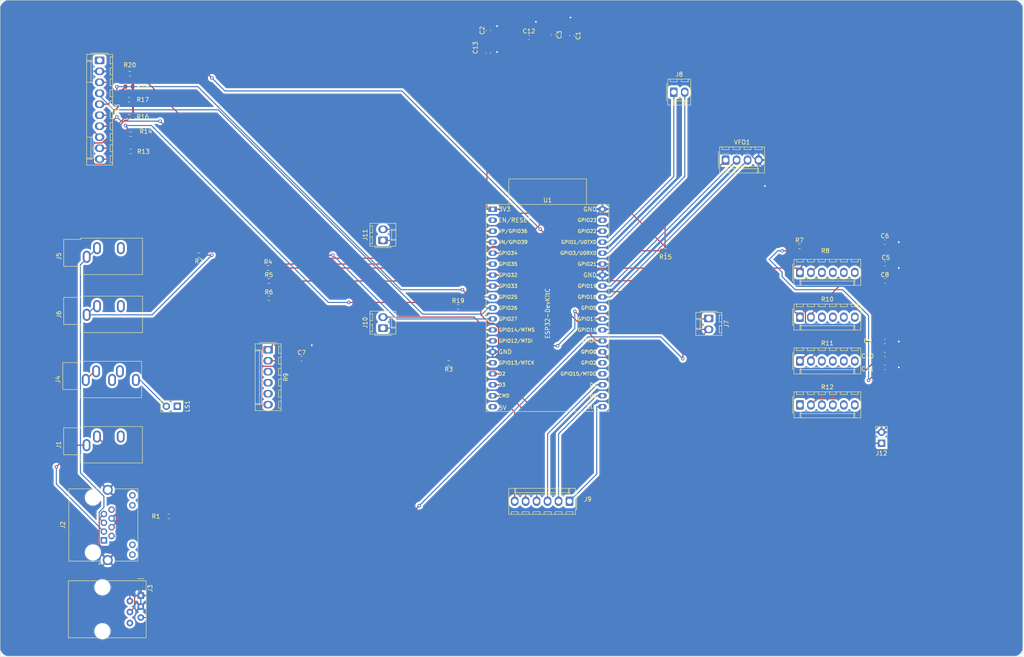
<source format=kicad_pcb>
(kicad_pcb (version 20221018) (generator pcbnew)
  (layers (0 "F.Cu" signal) (31 "B.Cu" signal) (34 "B.Paste" user) (35 "F.Paste" user) (36 "B.SilkS" user "B.Silkscreen") (37 "F.SilkS" user "F.Silkscreen") (38 "B.Mask" user) (39 "F.Mask" user) (44 "Edge.Cuts" user))
  (net 0 "")
  (net 1 "+3V3")
  (net 2 "GND")
  (net 3 "/GPIO 12")
  (net 4 "/GPIO 14")
  (net 5 "/TX")
  (net 6 "/RX")
  (net 7 "/IF Shift")
  (net 8 "/RF Gain")
  (net 9 "/AF Gain")
  (net 11 "/TDO")
  (net 12 "/RDO")
  (net 13 "/Encoder A")
  (net 14 "/Encoder B")
  (net 15 "/8V")
  (net 16 "/UP")
  (net 18 "/GPIO 36")
  (net 19 "/GPIO 39")
  (net 20 "/Boot {slash} Flash")
  (net 21 "+5V")
  (net 22 "/SD_CLK")
  (net 23 "/SD_DATA0")
  (net 24 "/SD_DATA1")
  (net 25 "/SD_DATA2")
  (net 26 "/SD_DATA3")
  (net 27 "/CMD")
  (net 28 "/Spare")
  (net 31 "+3.3V")
  (net 32 "Split")
  (net 33 "Rit")
  (net 34 "Cycle mem")
  (net 35 "Mode")
  (net 36 "Band")
  (net 37 "Generic")
  (net 38 "Xit")
  (net 39 "On{slash}Off")
  (net 40 "MIC")
  (net 41 "MICE")
  (net 42 "PTT")
  (net 43 "AF")
  (net 44 "TF Set")
  (net 45 "/Rit{slash}Xit Value")
  (net 46 "Net-(C7-Pad1)")
  (net 47 "Net-(C8-Pad1)")
  (net 48 "Net-(C9-Pad1)")
  (net 49 "Net-(C10-Pad1)")
  (net 50 "Net-(C6-Pad1)")
  (net 57 "Net-(J4-PadTN)")
  (net 58 "Net-(J4-PadSN)")
  (net 59 "Net-(C5-Pad1)")
  (footprint "Connector_PinHeader_2.54mm:PinHeader_1x02_P2.54mm_Vertical" (layer "F.Cu") (at 217 115.54 180)
    (fp_text reference "J12")
    (fp_text value "Flash mode")
  )
  (footprint "Connector_Audio:Jack_3.5mm_CUI_SJ1-3533NG_Horizontal" (layer "F.Cu") (at 33.02 72.39 90)
    (fp_text reference "J5")
    (fp_text value "Ptt")
  )
  (footprint "Connector_Audio:Jack_3.5mm_CUI_SJ1-3535NG_Horizontal" (layer "F.Cu") (at 32.8 100.9 90)
    (fp_text reference "J4")
    (fp_text value "Audio Out")
  )
  (footprint "Connector_Audio:Jack_3.5mm_CUI_SJ1-3533NG_Horizontal" (layer "F.Cu") (at 33.02 85.82 90)
    (fp_text reference "J6")
    (fp_text value "TF Set")
  )
  (footprint "Resistor_SMD:R_0603_1608Metric" (layer "F.Cu") (at 42.825 40 180)
    (fp_text reference "R16")
    (fp_text value "2.2K" hide)
  )
  (footprint "Capacitor_SMD:C_0603_1608Metric" (layer "F.Cu") (at 82.775 96)
    (fp_text reference "C7")
    (fp_text value "0.1uF")
  )
  (footprint "Resistor_SMD:R_0603_1608Metric" (layer "F.Cu") (at 43 30 180)
    (fp_text reference "R20")
    (fp_text value "2.2K")
  )
  (footprint "Connector_Molex:Molex_KK-254_AE-6410-06A_1x06_P2.54mm_Vertical" (layer "F.Cu") (at 198.12 106.68)
    (fp_text reference "R12")
    (fp_text value "R_Variable")
  )
  (footprint "Capacitor_SMD:C_0603_1608Metric" (layer "F.Cu") (at 141 21 -90)
    (fp_text reference "C3")
    (fp_text value "0.1uF")
  )
  (footprint "Capacitor_SMD:C_0603_1608Metric" (layer "F.Cu") (at 126 25.225 90)
    (fp_text reference "C13")
    (fp_text value "0.1uF")
  )
  (footprint "Capacitor_SMD:C_0603_1608Metric" (layer "F.Cu") (at 126 20 90)
    (fp_text reference "C2")
    (fp_text value "0.1uF")
  )
  (footprint "Connector_Molex:Molex_KK-254_AE-6410-06A_1x06_P2.54mm_Vertical" (layer "F.Cu") (at 198.12 96.52)
    (fp_text reference "R11")
    (fp_text value "R_Variable")
  )
  (footprint "Resistor_SMD:R_0603_1608Metric" (layer "F.Cu") (at 43.175 44 180)
    (fp_text reference "R14")
    (fp_text value "2.2K" hide)
  )
  (footprint "Resistor_SMD:R_0603_1608Metric" (layer "F.Cu") (at 42.825 33 180)
    (fp_text reference "R18")
    (fp_text value "2.2K" hide)
  )
  (footprint "Capacitor_SMD:C_0603_1608Metric" (layer "F.Cu") (at 217.775 95)
    (fp_text reference "C10")
    (fp_text value "0.1uF")
  )
  (footprint "Resistor_SMD:R_0603_1608Metric" (layer "F.Cu") (at 42.831332 36.022906 180)
    (fp_text reference "R17")
    (fp_text value "2.2K" hide)
  )
  (footprint "Resistor_SMD:R_0603_1608Metric" (layer "F.Cu") (at 75 75)
    (fp_text reference "R4")
    (fp_text value "2.2K")
  )
  (footprint "Connector_PinHeader_2.54mm:PinHeader_1x02_P2.54mm_Vertical" (layer "F.Cu") (at 54 107 -90)
    (fp_text reference "LS1")
    (fp_text value "Speaker")
  )
  (footprint "Resistor_SMD:R_0603_1608Metric" (layer "F.Cu") (at 75.175 78)
    (fp_text reference "R5")
    (fp_text value "2.2K")
  )
  (footprint "Connector_RJ:RJ45_Amphenol_RJHSE538X" (layer "F.Cu") (at 37 138.032 90)
    (fp_text reference "J2")
    (fp_text value "8P8C_LED_Shielded")
  )
  (footprint "Capacitor_SMD:C_0603_1608Metric" (layer "F.Cu") (at 217.775 78)
    (fp_text reference "C8")
    (fp_text value "0.1uF")
  )
  (footprint "Resistor_SMD:R_0603_1608Metric" (layer "F.Cu") (at 116.825 97 180)
    (fp_text reference "R3")
    (fp_text value "2.2K")
  )
  (footprint "Capacitor_SMD:C_0603_1608Metric" (layer "F.Cu") (at 217.775 98)
    (fp_text reference "C11")
    (fp_text value "10uF")
  )
  (footprint "Connector_Molex:Molex_KK-254_AE-6410-02A_1x02_P2.54mm_Vertical" (layer "F.Cu") (at 177 86.6569 -90)
    (fp_text reference "J7")
    (fp_text value "UART2 Socket")
  )
  (footprint "Resistor_SMD:R_0603_1608Metric" (layer "F.Cu") (at 119 84)
    (fp_text reference "R19")
    (fp_text value "2.2K")
  )
  (footprint "Connector_Molex:Molex_KK-254_AE-6410-02A_1x02_P2.54mm_Vertical" (layer "F.Cu") (at 168.91 34.29)
    (fp_text reference "J8")
    (fp_text value "UART Socket")
  )
  (footprint "Capacitor_SMD:C_0603_1608Metric" (layer "F.Cu") (at 135.395 21.59)
    (fp_text reference "C12")
    (fp_text value "0.1uF")
  )
  (footprint "Capacitor_SMD:C_0603_1608Metric" (layer "F.Cu") (at 217.79 92)
    (fp_text reference "C9")
    (fp_text value "0.1uF")
  )
  (footprint "Resistor_SMD:R_0603_1608Metric" (layer "F.Cu") (at 167 71 180)
    (fp_text reference "R15")
    (fp_text value "2.2K")
  )
  (footprint "Connector_Molex:Molex_KK-254_AE-6410-06A_1x06_P2.54mm_Vertical" (layer "F.Cu") (at 144.78 128.98 180)
    (fp_text reference "J9")
    (fp_text value "SPI Breakout")
  )
  (footprint "Resistor_SMD:R_0603_1608Metric" (layer "F.Cu") (at 59 72 180)
    (fp_text reference "R2")
    (fp_text value "2.2K")
  )
  (footprint "Connector_Molex:Molex_KK-254_AE-6410-02A_1x02_P2.54mm_Vertical" (layer "F.Cu") (at 101.6 68.58 90)
    (fp_text reference "J11")
    (fp_text value "Input Only Pins")
  )
  (footprint "Connector_Audio:Jack_3.5mm_CUI_SJ1-3533NG_Horizontal" (layer "F.Cu") (at 33 116 90)
    (fp_text reference "J1")
    (fp_text value "Mic Input")
  )
  (footprint "Resistor_SMD:R_0603_1608Metric" (layer "F.Cu") (at 198 70)
    (fp_text reference "R7")
    (fp_text value "2.2K")
  )
  (footprint "PCM_Espressif:ESP32-DevKitC" (layer "F.Cu") (at 127 61.3766)
    (fp_text reference "U1")
    (fp_text value "ESP32-DevKitC")
  )
  (footprint "Connector_RJ:RJ12_Amphenol_54601" (layer "F.Cu") (at 45.55 150.814 -90)
    (fp_text reference "J3")
    (fp_text value "6P6C RRC")
  )
  (footprint "Connector_Molex:Molex_KK-254_AE-6410-06A_1x06_P2.54mm_Vertical" (layer "F.Cu") (at 198.12 76.02)
    (fp_text reference "R8")
    (fp_text value "R_Variable")
  )
  (footprint "Resistor_SMD:R_0603_1608Metric" (layer "F.Cu") (at 75.175 82)
    (fp_text reference "R6")
    (fp_text value "2.2K")
  )
  (footprint "Capacitor_SMD:C_0603_1608Metric" (layer "F.Cu") (at 217.775 69)
    (fp_text reference "C6")
    (fp_text value "0.1uF")
  )
  (footprint "Connector_Molex:Molex_KK-254_AE-6410-06A_1x06_P2.54mm_Vertical" (layer "F.Cu") (at 198.12 86.36)
    (fp_text reference "R10")
    (fp_text value "R_Variable")
  )
  (footprint "Connector_Molex:Molex_KK-254_AE-6410-06A_1x06_P2.54mm_Vertical" (layer "F.Cu") (at 75 93.92 -90)
    (fp_text reference "R9")
    (fp_text value "R_Variable")
  )
  (footprint "Capacitor_SMD:C_0603_1608Metric" (layer "F.Cu") (at 145.34 21.195 -90)
    (fp_text reference "C1")
    (fp_text value "0.1uF")
  )
  (footprint "Connector_Molex:Molex_KK-254_AE-6410-04A_1x04_P2.54mm_Vertical" (layer "F.Cu") (at 180.92 50)
    (fp_text reference "VFO1")
    (fp_text value "Magnetic Rotary Encoder")
  )
  (footprint "Connector_Molex:Molex_KK-254_AE-6410-02A_1x02_P2.54mm_Vertical" (layer "F.Cu") (at 101.6 88.9 90)
    (fp_text reference "J10")
    (fp_text value "Input Only Pins")
  )
  (footprint "Connector_Molex:Molex_KK-254_AE-6410-10A_1x10_P2.54mm_Vertical" (layer "F.Cu") (at 36 26.92 -90)
    (fp_text reference "J13")
    (fp_text value "Switch Assembly")
  )
  (footprint "Resistor_SMD:R_0603_1608Metric" (layer "F.Cu") (at 52.05 132.472)
    (fp_text reference "R1")
    (fp_text value "2.2K")
  )
  (footprint "Resistor_SMD:R_0603_1608Metric" (layer "F.Cu") (at 43.175 48 180)
    (fp_text reference "R13")
    (fp_text value "2.2K")
  )
  (footprint "Capacitor_SMD:C_0603_1608Metric" (layer "F.Cu") (at 217.775 74)
    (fp_text reference "C5")
    (fp_text value "0.1uF")
  )
  (gr_line (start 217 69) (end 217 74) (stroke (width 0.2)) (layer "F.Cu"))
  (gr_rect (start 13 13) (end 249.68 164.84) (stroke (width 0.1)) (fill none) (layer "Edge.Cuts"))
  (segment (start 128.3311 94.8033) (end 127.4678 95.6666) (width 0.25) (layer "F.Cu") (net 1))
  (segment (start 73.5673 97.73) (end 73.5673 82.7827) (width 0.25) (layer "F.Cu") (net 1))
  (segment (start 34.955 46.045) (end 34.58 46.42) (width 0.25) (layer "F.Cu") (net 1))
  (segment (start 73.5673 82.7827) (end 74.35 82) (width 0.25) (layer "F.Cu") (net 1))
  (segment (start 122.5493 97) (end 117.65 97) (width 0.25) (layer "F.Cu") (net 1))
  (segment (start 34.975 50.975) (end 41.025 50.975) (width 0.25) (layer "F.Cu") (net 1))
  (segment (start 43.65 36.016574) (end 43.656332 36.022906) (width 0.25) (layer "F.Cu") (net 1))
  (segment (start 130.21 26) (end 126 26) (width 0.25) (layer "F.Cu") (net 1))
  (segment (start 110.222 97.73) (end 111.8034 96.1486) (width 0.25) (layer "F.Cu") (net 1))
  (segment (start 43.65 30.175) (end 43.825 30) (width 0.25) (layer "F.Cu") (net 1))
  (segment (start 159.1285 62.3035) (end 151.426 62.3035) (width 0.25) (layer "F.Cu") (net 1))
  (segment (start 167.825 71) (end 159.1285 62.3035) (width 0.25) (layer "F.Cu") (net 1))
  (segment (start 127 61.3766) (end 128.3269 61.3766) (width 0.25) (layer "F.Cu") (net 1))
  (segment (start 34.58 50.58) (end 34.975 50.975) (width 0.25) (layer "F.Cu") (net 1))
  (segment (start 58.175 72) (end 58.975 71.2) (width 0.25) (layer "F.Cu") (net 1))
  (segment (start 129.2523 62.302) (end 128.3269 61.3766) (width 0.25) (layer "F.Cu") (net 1))
  (segment (start 42.417462 40.8) (end 41.836396 40.8) (width 0.25) (layer "F.Cu") (net 1))
  (segment (start 44 48) (end 44 44) (width 0.25) (layer "F.Cu") (net 1))
  (segment (start 125.6731 26.3269) (end 126 26) (width 0.25) (layer "F.Cu") (net 1))
  (segment (start 128.3311 88.852) (end 128.3311 94.8033) (width 0.25) (layer "F.Cu") (net 1))
  (segment (start 111.8034 96.1486) (end 116.7986 96.1486) (width 0.25) (layer "F.Cu") (net 1))
  (segment (start 217 98) (end 214 101) (width 0.25) (layer "F.Cu") (net 1))
  (segment (start 43.656332 36.022906) (end 43.656332 39.993668) (width 0.25) (layer "F.Cu") (net 1))
  (segment (start 127 61.3766) (end 125.6731 61.3766) (width 0.25) (layer "F.Cu") (net 1))
  (segment (start 197.175 70) (end 168.825 70) (width 0.25) (layer "F.Cu") (net 1))
  (segment (start 151.426 62.3035) (end 151.4245 62.302) (width 0.25) (layer "F.Cu") (net 1))
  (segment (start 194 71) (end 196.175 71) (width 0.25) (layer "F.Cu") (net 1))
  (segment (start 36.591396 46.045) (end 34.955 46.045) (width 0.25) (layer "F.Cu") (net 1))
  (segment (start 124.27 84.9267) (end 124.27 85.8164) (width 0.25) (layer "F.Cu") (net 1))
  (segment (start 47.175 48) (end 44 48) (width 0.25) (layer "F.Cu") (net 1))
  (segment (start 127.2339 87.7548) (end 128.3311 88.852) (width 0.25) (layer "F.Cu") (net 1))
  (segment (start 125.6731 61.3766) (end 125.6731 26.3269) (width 0.25) (layer "F.Cu") (net 1))
  (segment (start 151.4245 62.302) (end 129.2523 62.302) (width 0.25) (layer "F.Cu") (net 1))
  (segment (start 43.65 33) (end 43.65 36.016574) (width 0.25) (layer "F.Cu") (net 1))
  (segment (start 74.175 75) (end 47.175 48) (width 0.25) (layer "F.Cu") (net 1))
  (segment (start 180.92 50) (end 166.9 64.02) (width 0.25) (layer "F.Cu") (net 1))
  (segment (start 134.62 21.59) (end 130.21 26) (width 0.25) (layer "F.Cu") (net 1))
  (segment (start 43.656332 39.993668) (end 43.65 40) (width 0.25) (layer "F.Cu") (net 1))
  (segment (start 74.175 75) (end 74.175 77.825) (width 0.25) (layer "F.Cu") (net 1))
  (segment (start 34.58 46.42) (end 34.58 50.58) (width 0.25) (layer "F.Cu") (net 1))
  (segment (start 116.7986 96.1486) (end 117.65 97) (width 0.25) (layer "F.Cu") (net 1))
  (segment (start 74.175 77.825) (end 74.35 78) (width 0.25) (layer "F.Cu") (net 1))
  (segment (start 124.27 85.8164) (end 126.2084 87.7548) (width 0.25) (layer "F.Cu") (net 1))
  (segment (start 43.65 33) (end 43.65 30.175) (width 0.25) (layer "F.Cu") (net 1))
  (segment (start 166.9 64.02) (end 166.9 70.075) (width 0.25) (layer "F.Cu") (net 1))
  (segment (start 41.025 50.975) (end 44 48) (width 0.25) (layer "F.Cu") (net 1))
  (segment (start 123.8827 95.6666) (end 122.5493 97) (width 0.25) (layer "F.Cu") (net 1))
  (segment (start 127.4678 95.6666) (end 123.8827 95.6666) (width 0.25) (layer "F.Cu") (net 1))
  (segment (start 124.27 84.9267) (end 119.1017 84.9267) (width 0.25) (layer "F.Cu") (net 1))
  (segment (start 166.9 70.075) (end 167.825 71) (width 0.25) (layer "F.Cu") (net 1))
  (segment (start 73.5673 111.7797) (end 73.5673 97.73) (width 0.25) (layer "F.Cu") (net 1))
  (segment (start 43.825 39.392462) (end 42.417462 40.8) (width 0.25) (layer "F.Cu") (net 1))
  (segment (start 43.825 30) (end 43.825 39.392462) (width 0.25) (layer "F.Cu") (net 1))
  (segment (start 196.175 71) (end 197.175 70) (width 0.25) (layer "F.Cu") (net 1))
  (segment (start 73.5673 97.73) (end 110.222 97.73) (width 0.25) (layer "F.Cu") (net 1))
  (segment (start 70.375 71.2) (end 74.175 75) (width 0.25) (layer "F.Cu") (net 1))
  (segment (start 168.825 70) (end 167.825 71) (width 0.25) (layer "F.Cu") (net 1))
  (segment (start 58.975 71.2) (end 70.375 71.2) (width 0.25) (layer "F.Cu") (net 1))
  (segment (start 41.836396 40.8) (end 36.591396 46.045) (width 0.25) (layer "F.Cu") (net 1))
  (segment (start 74.35 78) (end 74.35 82) (width 0.25) (layer "F.Cu") (net 1))
  (segment (start 119.1017 84.9267) (end 118.175 84) (width 0.25) (layer "F.Cu") (net 1))
  (segment (start 126.2084 87.7548) (end 127.2339 87.7548) (width 0.25) (layer "F.Cu") (net 1))
  (segment (start 52.875 132.472) (end 73.5673 111.7797) (width 0.25) (layer "F.Cu") (net 1))
  (via (at 194 71) (size 0.8) (drill 0.4) (layers "F.Cu" "B.Cu") (net 1))
  (via (at 214 101) (size 0.8) (drill 0.4) (layers "F.Cu" "B.Cu") (net 1))
  (segment (start 214 86) (end 209 81) (width 0.25) (layer "B.Cu") (net 1))
  (segment (start 209 81) (end 208 80) (width 0.25) (layer "B.Cu") (net 1))
  (segment (start 197 80) (end 194 77) (width 0.25) (layer "B.Cu") (net 1))
  (segment (start 194 76) (end 191 73) (width 0.25) (layer "B.Cu") (net 1))
  (segment (start 193 71) (end 194 71) (width 0.25) (layer "B.Cu") (net 1))
  (segment (start 208 80) (end 197 80) (width 0.25) (layer "B.Cu") (net 1))
  (segment (start 214 101) (end 214 86.194985) (width 0.25) (layer "B.Cu") (net 1))
  (segment (start 191 73) (end 193 71) (width 0.25) (layer "B.Cu") (net 1))
  (segment (start 214 86.194985) (end 214 86) (width 0.25) (layer "B.Cu") (net 1))
  (segment (start 194 77) (end 194 76) (width 0.25) (layer "B.Cu") (net 1))
  (segment (start 138.775 18) (end 141 20.225) (width 0.25) (layer "F.Cu") (net 2))
  (segment (start 83.55 94.45) (end 85.133 92.867) (width 0.25) (layer "F.Cu") (net 2))
  (segment (start 145.34 20.42) (end 145.145 20.615) (width 0.25) (layer "F.Cu") (net 2))
  (segment (start 141 20.225) (end 141 21.775) (width 0.25) (layer "F.Cu") (net 2))
  (segment (start 128 19) (end 126.225 19) (width 0.25) (layer "F.Cu") (net 2))
  (segment (start 219.55 75) (end 218.55 74) (width 0.25) (layer "F.Cu") (net 2))
  (segment (start 188.54 54.54) (end 188.54 50) (width 0.25) (layer "F.Cu") (net 2))
  (segment (start 137 18) (end 138.775 18) (width 0.25) (layer "F.Cu") (net 2))
  (segment (start 140.815 21.59) (end 141 21.775) (width 0.25) (layer "F.Cu") (net 2))
  (segment (start 137 20.76) (end 136.17 21.59) (width 0.25) (layer "F.Cu") (net 2))
  (segment (start 126.225 19) (end 126 19.225) (width 0.25) (layer "F.Cu") (net 2))
  (segment (start 83.55 96) (end 83.55 94.45) (width 0.25) (layer "F.Cu") (net 2))
  (segment (start 218.55 95) (end 218.55 95.55) (width 0.25) (layer "F.Cu") (net 2))
  (segment (start 137 18) (end 137 20.76) (width 0.25) (layer "F.Cu") (net 2))
  (segment (start 221 75) (end 221 75.55) (width 0.25) (layer "F.Cu") (net 2))
  (segment (start 221 75) (end 219.55 75) (width 0.25) (layer "F.Cu") (net 2))
  (segment (start 190 56) (end 188.54 54.54) (width 0.25) (layer "F.Cu") (net 2))
  (segment (start 140.815 20.41) (end 141 20.225) (width 0.25) (layer "F.Cu") (net 2))
  (segment (start 126.55 25) (end 126 24.45) (width 0.25) (layer "F.Cu") (net 2))
  (segment (start 126.225 20.775) (end 126 20.775) (width 0.25) (layer "F.Cu") (net 2))
  (segment (start 145 17) (end 145 20.08) (width 0.25) (layer "F.Cu") (net 2))
  (segment (start 221 98) (end 218.55 98) (width 0.25) (layer "F.Cu") (net 2))
  (segment (start 221 75.55) (end 218.55 78) (width 0.25) (layer "F.Cu") (net 2))
  (segment (start 145.34 20.42) (end 145.34 21.97) (width 0.25) (layer "F.Cu") (net 2))
  (segment (start 126 20.775) (end 126 19.225) (width 0.25) (layer "F.Cu") (net 2))
  (segment (start 128 25) (end 126.55 25) (width 0.25) (layer "F.Cu") (net 2))
  (segment (start 218.684832 73.865168) (end 218.55 74) (width 0.25) (layer "F.Cu") (net 2))
  (segment (start 221 69) (end 218.55 69) (width 0.25) (layer "F.Cu") (net 2))
  (segment (start 218.55 95.55) (end 221 98) (width 0.25) (layer "F.Cu") (net 2))
  (segment (start 145 20.08) (end 145.34 20.42) (width 0.25) (layer "F.Cu") (net 2))
  (segment (start 218.565 92) (end 218.55 92.015) (width 0.25) (layer "F.Cu") (net 2))
  (segment (start 221 92) (end 218.55 92) (width 0.25) (layer "F.Cu") (net 2))
  (segment (start 145.145 21.775) (end 145.34 21.97) (width 0.25) (layer "F.Cu") (net 2))
  (segment (start 125.55 24.45) (end 126 24.45) (width 0.25) (layer "F.Cu") (net 2))
  (via (at 221 98) (size 0.8) (drill 0.4) (layers "F.Cu" "B.Cu") (net 2))
  (via (at 190 56) (size 0.8) (drill 0.4) (layers "F.Cu" "B.Cu") (net 2))
  (via (at 221 75) (size 0.8) (drill 0.4) (layers "F.Cu" "B.Cu") (net 2))
  (via (at 128 19) (size 0.8) (drill 0.4) (layers "F.Cu" "B.Cu") (net 2))
  (via (at 128 25) (size 0.8) (drill 0.4) (layers "F.Cu" "B.Cu") (net 2))
  (via (at 145 17) (size 0.8) (drill 0.4) (layers "F.Cu" "B.Cu") (net 2))
  (via (at 221 69) (size 0.8) (drill 0.4) (layers "F.Cu" "B.Cu") (net 2))
  (via (at 137 18) (size 0.8) (drill 0.4) (layers "F.Cu" "B.Cu") (net 2))
  (via (at 221 92) (size 0.8) (drill 0.4) (layers "F.Cu" "B.Cu") (net 2))
  (via (at 85.133 92.867) (size 0.8) (drill 0.4) (layers "F.Cu" "B.Cu") (net 2))
  (segment (start 86.6626 94.3966) (end 88 94.3966) (width 0.25) (layer "B.Cu") (net 2))
  (segment (start 151.1865 76.6166) (end 151.0213 76.6166) (width 0.25) (layer "B.Cu") (net 2))
  (segment (start 136 19) (end 137 18) (width 0.25) (layer "B.Cu") (net 2))
  (segment (start 221 69) (end 221 98) (width 0.25) (layer "B.Cu") (net 2))
  (segment (start 38.78 132.952) (end 39.855 134.027) (width 0.25) (layer "B.Cu") (net 2))
  (segment (start 151.0213 62.6184) (end 152.2631 61.3766) (width 0.25) (layer "B.Cu") (net 2))
  (segment (start 151.0213 76.6166) (end 146.1069 76.6166) (width 0.25) (layer "B.Cu") (net 2))
  (segment (start 37.89 126.342) (end 39.855 128.307) (width 0.25) (layer "B.Cu") (net 2))
  (segment (start 58.725 71.275) (end 63.541 71.275) (width 0.25) (layer "B.Cu") (net 2))
  (segment (start 63.541 71.275) (end 85.133 92.867) (width 0.25) (layer "B.Cu") (net 2))
  (segment (start 152.4 61.3766) (end 152.4 24.4) (width 0.25) (layer "B.Cu") (net 2))
  (segment (start 152.4 75.784748) (end 152.4 76.6166) (width 0.25) (layer "B.Cu") (net 2))
  (segment (start 88 94.3966) (end 127 94.3966) (width 0.25) (layer "B.Cu") (net 2))
  (segment (start 190 56) (end 191 56) (width 0.25) (layer "B.Cu") (net 2))
  (segment (start 191 53.085015) (end 186.494985 48.58) (width 0.25) (layer "B.Cu") (net 2))
  (segment (start 146.1069 76.6166) (end 152.4 76.6166) (width 0.25) (layer "B.Cu") (net 2))
  (segment (start 39.855 128.307) (end 39.855 131.877) (width 0.25) (layer "B.Cu") (net 2))
  (segment (start 128 19) (end 136 19) (width 0.25) (layer "B.Cu") (net 2))
  (segment (start 186.494985 48.58) (end 179.604748 48.58) (width 0.25) (layer "B.Cu") (net 2))
  (segment (start 96.725 24) (end 91.265 29.46) (width 0.25) (layer "B.Cu") (net 2))
  (segment (start 152.4 24.4) (end 145 17) (width 0.25) (layer "B.Cu") (net 2))
  (segment (start 144 18) (end 137 18) (width 0.25) (layer "B.Cu") (net 2))
  (segment (start 39.855 140.637) (end 37.89 142.602) (width 0.25) (layer "B.Cu") (net 2))
  (segment (start 191 56) (end 208 56) (width 0.25) (layer "B.Cu") (net 2))
  (segment (start 179.604748 48.58) (end 152.4 75.784748) (width 0.25) (layer "B.Cu") (net 2))
  (segment (start 145 17) (end 144 18) (width 0.25) (layer "B.Cu") (net 2))
  (segment (start 85.133 92.867) (end 86.6626 94.3966) (width 0.25) (layer "B.Cu") (net 2))
  (segment (start 39.855 131.877) (end 38.78 132.952) (width 0.25) (layer "B.Cu") (net 2))
  (segment (start 127 24) (end 128 25) (width 0.25) (layer "B.Cu") (net 2))
  (segment (start 127 94.3966) (end 128.3269 94.3966) (width 0.25) (layer "B.Cu") (net 2))
  (segment (start 191 56) (end 191 53.085015) (width 0.25) (layer "B.Cu") (net 2))
  (segment (start 221 109) (end 217 113) (width 0.25) (layer "B.Cu") (net 2))
  (segment (start 221 98) (end 221 109) (width 0.25) (layer "B.Cu") (net 2))
  (segment (start 45.55 150.262) (end 45.55 150.814) (width 0.25) (layer "B.Cu") (net 2))
  (segment (start 128.3269 94.3966) (end 146.1069 76.6166) (width 0.25) (layer "B.Cu") (net 2))
  (segment (start 128 25) (end 128 19) (width 0.25) (layer "B.Cu") (net 2))
  (segment (start 152.4 76.6166) (end 151.1865 76.6166) (width 0.25) (layer "B.Cu") (net 2))
  (segment (start 151.0213 76.6166) (end 151.0213 62.6184) (width 0.25) (layer "B.Cu") (net 2))
  (segment (start 96.725 24) (end 127 24) (width 0.25) (layer "B.Cu") (net 2))
  (segment (start 45.55 153.354) (end 45.55 150.262) (width 0.25) (layer "B.Cu") (net 2))
  (segment (start 45.55 150.262) (end 37.89 142.602) (width 0.25) (layer "B.Cu") (net 2))
  (segment (start 152.4 61.3766) (end 152.2631 61.3766) (width 0.25) (layer "B.Cu") (net 2))
  (segment (start 208 56) (end 221 69) (width 0.25) (layer "B.Cu") (net 2))
  (segment (start 45.55 153.354) (end 45.55 150.814) (width 0.25) (layer "B.Cu") (net 2))
  (segment (start 91.265 29.46) (end 36 29.46) (width 0.25) (layer "B.Cu") (net 2))
  (segment (start 39.855 134.027) (end 39.855 140.637) (width 0.25) (layer "B.Cu") (net 2))
  (segment (start 127 91.8566) (end 125.6731 91.8566) (width 0.25) (layer "F.Cu") (net 3))
  (segment (start 101.6 88.9) (end 122.7165 88.9) (width 0.25) (layer "F.Cu") (net 3))
  (segment (start 122.7165 88.9) (end 125.6731 91.8566) (width 0.25) (layer "F.Cu") (net 3))
  (segment (start 122.7165 86.36) (end 125.6731 89.3166) (width 0.25) (layer "F.Cu") (net 4))
  (segment (start 127 89.3166) (end 125.6731 89.3166) (width 0.25) (layer "F.Cu") (net 4))
  (segment (start 101.6 86.36) (end 122.7165 86.36) (width 0.25) (layer "F.Cu") (net 4))
  (segment (start 152.4 68.9966) (end 153.7269 68.9966) (width 0.25) (layer "B.Cu") (net 5))
  (segment (start 168.91 34.29) (end 168.91 53.8135) (width 0.25) (layer "B.Cu") (net 5))
  (segment (start 168.91 53.8135) (end 153.7269 68.9966) (width 0.25) (layer "B.Cu") (net 5))
  (segment (start 171.45 34.29) (end 171.45 53.8135) (width 0.25) (layer "B.Cu") (net 6))
  (segment (start 152.4 71.5366) (end 153.7269 71.5366) (width 0.25) (layer "B.Cu") (net 6))
  (segment (start 171.45 53.8135) (end 153.7269 71.5366) (width 0.25) (layer "B.Cu") (net 6))
  (segment (start 75 93.92) (end 76 92.92) (width 0.25) (layer "F.Cu") (net 7))
  (segment (start 75.4856 74.0766) (end 127 74.0766) (width 0.25) (layer "F.Cu") (net 7))
  (segment (start 76 82) (end 75.0874 81.0874) (width 0.25) (layer "F.Cu") (net 7))
  (segment (start 75.0874 74.4748) (end 75.4856 74.0766) (width 0.25) (layer "F.Cu") (net 7))
  (segment (start 76 92.92) (end 76 82) (width 0.25) (layer "F.Cu") (net 7))
  (segment (start 75.0874 81.0874) (end 75.0874 74.4748) (width 0.25) (layer "F.Cu") (net 7))
  (segment (start 199.3905 85.3464) (end 199.3905 95.2495) (width 0.25) (layer "F.Cu") (net 8))
  (segment (start 199.3905 95.2495) (end 198.12 96.52) (width 0.25) (layer "F.Cu") (net 8))
  (segment (start 124.0565 75) (end 125.6731 76.6166) (width 0.25) (layer "F.Cu") (net 8))
  (segment (start 75.825 75) (end 124.0565 75) (width 0.25) (layer "F.Cu") (net 8))
  (segment (start 127 76.6166) (end 125.6731 76.6166) (width 0.25) (layer "F.Cu") (net 8))
  (segment (start 127 76.6166) (end 128.3269 76.6166) (width 0.25) (layer "F.Cu") (net 8))
  (segment (start 129.6538 77.9435) (end 191.9876 77.9435) (width 0.25) (layer "F.Cu") (net 8))
  (segment (start 191.9876 77.9435) (end 199.3905 85.3464) (width 0.25) (layer "F.Cu") (net 8))
  (segment (start 128.3269 76.6166) (end 129.6538 77.9435) (width 0.25) (layer "F.Cu") (net 8))
  (segment (start 129.6538 80.4835) (end 192.2435 80.4835) (width 0.25) (layer "F.Cu") (net 9))
  (segment (start 127 79.1566) (end 128.3269 79.1566) (width 0.25) (layer "F.Cu") (net 9))
  (segment (start 128.3269 79.1566) (end 129.6538 80.4835) (width 0.25) (layer "F.Cu") (net 9))
  (segment (start 124.5165 78) (end 125.6731 79.1566) (width 0.25) (layer "F.Cu") (net 9))
  (segment (start 192.2435 80.4835) (end 198.12 86.36) (width 0.25) (layer "F.Cu") (net 9))
  (segment (start 76 78) (end 124.5165 78) (width 0.25) (layer "F.Cu") (net 9))
  (segment (start 127 79.1566) (end 125.6731 79.1566) (width 0.25) (layer "F.Cu") (net 9))
  (segment (start 45.55 155.894) (end 84.106 155.894) (width 0.25) (layer "F.Cu") (net 11))
  (segment (start 171 95.1969) (end 177 89.1969) (width 0.25) (layer "F.Cu") (net 11))
  (segment (start 152.5197 89.1969) (end 152.4 89.3166) (width 0.25) (layer "F.Cu") (net 11))
  (segment (start 177 89.1969) (end 152.5197 89.1969) (width 0.25) (layer "F.Cu") (net 11))
  (segment (start 84.106 155.894) (end 110 130) (width 0.25) (layer "F.Cu") (net 11))
  (segment (start 171 96) (end 171 95.1969) (width 0.25) (layer "F.Cu") (net 11))
  (via (at 171 96) (size 0.8) (drill 0.4) (layers "F.Cu" "B.Cu") (net 11))
  (via (at 110 130) (size 0.8) (drill 0.4) (layers "F.Cu" "B.Cu") (net 11))
  (segment (start 165.9316 90.9316) (end 171 96) (width 0.25) (layer "B.Cu") (net 11))
  (segment (start 110 130) (end 149.0684 90.9316) (width 0.25) (layer "B.Cu") (net 11))
  (segment (start 149.0684 90.9316) (end 165.9316 90.9316) (width 0.25) (layer "B.Cu") (net 11))
  (segment (start 147.7766 86.7766) (end 152.4 86.7766) (width 0.25) (layer "F.Cu") (net 12))
  (segment (start 57 144) (end 49 144) (width 0.25) (layer "F.Cu") (net 12))
  (segment (start 130.4484 98.5516) (end 136 93) (width 0.25) (layer "F.Cu") (net 12))
  (segment (start 136 93) (end 142 93) (width 0.25) (layer "F.Cu") (net 12))
  (segment (start 44.095 153.539) (end 43.01 154.624) (width 0.25) (layer "F.Cu") (net 12))
  (segment (start 115 106) (end 106 106) (width 0.25) (layer "F.Cu") (net 12))
  (segment (start 177 86.6569) (end 176.8803 86.7766) (width 0.25) (layer "F.Cu") (net 12))
  (segment (start 87 125) (end 76 125) (width 0.25) (layer "F.Cu") (net 12))
  (segment (start 49 144) (end 44.095 148.905) (width 0.25) (layer "F.Cu") (net 12))
  (segment (start 122.4484 98.5516) (end 115 106) (width 0.25) (layer "F.Cu") (net 12))
  (segment (start 130.4484 98.5516) (end 122.4484 98.5516) (width 0.25) (layer "F.Cu") (net 12))
  (segment (start 146 85) (end 147.7766 86.7766) (width 0.25) (layer "F.Cu") (net 12))
  (segment (start 176.8803 86.7766) (end 152.4 86.7766) (width 0.25) (layer "F.Cu") (net 12))
  (segment (start 106 106) (end 87 125) (width 0.25) (layer "F.Cu") (net 12))
  (segment (start 152.4 86.7766) (end 149.7766 86.7766) (width 0.25) (layer "F.Cu") (net 12))
  (segment (start 44.095 148.905) (end 44.095 153.539) (width 0.25) (layer "F.Cu") (net 12))
  (segment (start 76 125) (end 57 144) (width 0.25) (layer "F.Cu") (net 12))
  (via (at 142 93) (size 0.8) (drill 0.4) (layers "F.Cu" "B.Cu") (net 12))
  (via (at 146 85) (size 0.8) (drill 0.4) (layers "F.Cu" "B.Cu") (net 12))
  (segment (start 146 89) (end 146 85) (width 0.25) (layer "B.Cu") (net 12))
  (segment (start 142 93) (end 146 89) (width 0.25) (layer "B.Cu") (net 12))
  (segment (start 154.3034 81.6966) (end 152.4 81.6966) (width 0.25) (layer "B.Cu") (net 13))
  (segment (start 186 50) (end 154.3034 81.6966) (width 0.25) (layer "B.Cu") (net 13))
  (segment (start 154.3034 79.1566) (end 152.4 79.1566) (width 0.25) (layer "B.Cu") (net 14))
  (segment (start 183.46 50) (end 154.3034 79.1566) (width 0.25) (layer "B.Cu") (net 14))
  (segment (start 38 141) (end 39 141) (width 0.25) (layer "F.Cu") (net 15))
  (segment (start 37 131.936) (end 35.925 133.011) (width 0.25) (layer "F.Cu") (net 15))
  (segment (start 39 141) (end 43.01 145.01) (width 0.25) (layer "F.Cu") (net 15))
  (segment (start 35.925 133.011) (end 35.925 138.925) (width 0.25) (layer "F.Cu") (net 15))
  (segment (start 35.925 138.925) (end 38 141) (width 0.25) (layer "F.Cu") (net 15))
  (segment (start 43.01 145.01) (end 43.01 152.084) (width 0.25) (layer "F.Cu") (net 15))
  (segment (start 125.2565 66.04) (end 125.6731 66.4566) (width 0.25) (layer "F.Cu") (net 18))
  (segment (start 101.6 66.04) (end 125.2565 66.04) (width 0.25) (layer "F.Cu") (net 18))
  (segment (start 127 66.4566) (end 125.6731 66.4566) (width 0.25) (layer "F.Cu") (net 18))
  (segment (start 125.2565 68.58) (end 125.6731 68.9966) (width 0.25) (layer "F.Cu") (net 19))
  (segment (start 101.6 68.58) (end 125.2565 68.58) (width 0.25) (layer "F.Cu") (net 19))
  (segment (start 127 68.9966) (end 125.6731 68.9966) (width 0.25) (layer "F.Cu") (net 19))
  (segment (start 173.5434 115.54) (end 217 115.54) (width 0.25) (layer "F.Cu") (net 20))
  (segment (start 152.4 94.3966) (end 173.5434 115.54) (width 0.25) (layer "F.Cu") (net 20))
  (segment (start 151.0694 107.0939) (end 152.3963 107.0939) (width 0.25) (layer "B.Cu") (net 22))
  (segment (start 144.78 128.98) (end 151.0694 122.6906) (width 0.25) (layer "B.Cu") (net 22))
  (segment (start 151.0694 122.6906) (end 151.0694 107.0939) (width 0.25) (layer "B.Cu") (net 22))
  (segment (start 151.0694 104.5539) (end 142.24 113.3833) (width 0.25) (layer "B.Cu") (net 23))
  (segment (start 152.3963 104.5539) (end 151.0694 104.5539) (width 0.25) (layer "B.Cu") (net 23))
  (segment (start 142.24 113.3833) (end 142.24 128.98) (width 0.25) (layer "B.Cu") (net 23))
  (segment (start 151.0731 102.0166) (end 139.7 113.3897) (width 0.25) (layer "B.Cu") (net 24))
  (segment (start 139.7 113.3897) (end 139.7 128.98) (width 0.25) (layer "B.Cu") (net 24))
  (segment (start 152.4 102.0166) (end 151.0731 102.0166) (width 0.25) (layer "B.Cu") (net 24))
  (segment (start 127 99.4766) (end 128.3269 99.4766) (width 0.25) (layer "F.Cu") (net 25))
  (segment (start 137.16 108.3097) (end 137.16 128.98) (width 0.25) (layer "F.Cu") (net 25))
  (segment (start 128.3269 99.4766) (end 137.16 108.3097) (width 0.25) (layer "F.Cu") (net 25))
  (segment (start 134.62 108.3097) (end 134.62 128.98) (width 0.25) (layer "F.Cu") (net 26))
  (segment (start 127 102.0166) (end 128.3269 102.0166) (width 0.25) (layer "F.Cu") (net 26))
  (segment (start 128.3269 102.0166) (end 134.62 108.3097) (width 0.25) (layer "F.Cu") (net 26))
  (segment (start 132.08 108.3097) (end 132.08 128.98) (width 0.25) (layer "F.Cu") (net 27))
  (segment (start 128.3269 104.5566) (end 132.08 108.3097) (width 0.25) (layer "F.Cu") (net 27))
  (segment (start 127 104.5566) (end 128.3269 104.5566) (width 0.25) (layer "F.Cu") (net 27))
  (segment (start 127 96.9366) (end 125.6731 96.9366) (width 0.25) (layer "F.Cu") (net 28))
  (segment (start 116.8096 97.8096) (end 124.8001 97.8096) (width 0.25) (layer "F.Cu") (net 28))
  (segment (start 116 97) (end 116.8096 97.8096) (width 0.25) (layer "F.Cu") (net 28))
  (segment (start 124.8001 97.8096) (end 125.6731 96.9366) (width 0.25) (layer "F.Cu") (net 28))
  (segment (start 42.175 30) (end 40.175 32) (width 0.25) (layer "F.Cu") (net 32))
  (segment (start 40.175 32) (end 36 32) (width 0.25) (layer "F.Cu") (net 32))
  (segment (start 87.042462 72) (end 90 72) (width 0.25) (layer "F.Cu") (net 32))
  (segment (start 44.242462 29.2) (end 42.975 29.2) (width 0.25) (layer "F.Cu") (net 32))
  (segment (start 55.021231 39.978769) (end 44.242462 29.2) (width 0.25) (layer "F.Cu") (net 32))
  (segment (start 55.021231 39.978769) (end 87.042462 72) (width 0.25) (layer "F.Cu") (net 32))
  (segment (start 42.975 29.2) (end 42.175 30) (width 0.25) (layer "F.Cu") (net 32))
  (via (at 90 72) (size 0.8) (drill 0.4) (layers "F.Cu" "B.Cu") (net 32))
  (segment (start 104.7766 86.7766) (end 127 86.7766) (width 0.25) (layer "B.Cu") (net 32))
  (segment (start 90 72) (end 104.7766 86.7766) (width 0.25) (layer "B.Cu") (net 32))
  (segment (start 127 84.2366) (end 125.6731 84.2366) (width 0.25) (layer "F.Cu") (net 33))
  (segment (start 125.4365 84) (end 125.6731 84.2366) (width 0.25) (layer "F.Cu") (net 33))
  (segment (start 119.825 84) (end 125.4365 84) (width 0.25) (layer "F.Cu") (net 33))
  (segment (start 110.78 85.6639) (end 63.4701 38.354) (width 0.25) (layer "B.Cu") (net 33))
  (segment (start 125.6731 84.2366) (end 125.6731 84.5683) (width 0.25) (layer "B.Cu") (net 33))
  (segment (start 127 84.2366) (end 125.6731 84.2366) (width 0.25) (layer "B.Cu") (net 33))
  (segment (start 39.241604 38.354) (end 35.713802 34.826198) (width 0.25) (layer "B.Cu") (net 33))
  (segment (start 124.5775 85.6639) (end 110.78 85.6639) (width 0.25) (layer "B.Cu") (net 33))
  (segment (start 63.4701 38.354) (end 39.241604 38.354) (width 0.25) (layer "B.Cu") (net 33))
  (segment (start 125.6731 84.5683) (end 124.5775 85.6639) (width 0.25) (layer "B.Cu") (net 33))
  (segment (start 42 33) (end 41.5 33.5) (width 0.25) (layer "F.Cu") (net 34))
  (segment (start 40 35) (end 37.92 37.08) (width 0.25) (layer "F.Cu") (net 34))
  (segment (start 40 35) (end 40 33) (width 0.25) (layer "F.Cu") (net 34))
  (segment (start 42 33) (end 40 35) (width 0.25) (layer "F.Cu") (net 34))
  (segment (start 41.5 33.5) (end 40.456 34.544) (width 0.25) (layer "F.Cu") (net 34))
  (segment (start 37.92 37.08) (end 36 37.08) (width 0.25) (layer "F.Cu") (net 34))
  (segment (start 127 81.6966) (end 121.6966 81.6966) (width 0.25) (layer "F.Cu") (net 34))
  (segment (start 121.6966 81.6966) (end 120 80) (width 0.25) (layer "F.Cu") (net 34))
  (via (at 40 33) (size 0.8) (drill 0.4) (layers "F.Cu" "B.Cu") (net 34))
  (via (at 120 80) (size 0.8) (drill 0.4) (layers "F.Cu" "B.Cu") (net 34))
  (segment (start 127 81.6966) (end 125.6731 81.6966) (width 0.25) (layer "B.Cu") (net 34))
  (segment (start 40 33) (end 58.752496 33) (width 0.25) (layer "B.Cu") (net 34))
  (segment (start 58.752496 33) (end 105.752496 80) (width 0.25) (layer "B.Cu") (net 34))
  (segment (start 105.752496 80) (end 120 80) (width 0.25) (layer "B.Cu") (net 34))
  (segment (start 36 39.62) (end 36.42 39.2) (width 0.25) (layer "F.Cu") (net 35))
  (segment (start 38.409238 39.62) (end 36 39.62) (width 0.25) (layer "F.Cu") (net 35))
  (segment (start 42.006332 36.022906) (end 38.409238 39.62) (width 0.25) (layer "F.Cu") (net 35))
  (segment (start 37.84 42.16) (end 36 42.16) (width 0.25) (layer "F.Cu") (net 36))
  (segment (start 132.8435 70) (end 138 64.8435) (width 0.25) (layer "F.Cu") (net 36))
  (segment (start 81.725 72.725) (end 124.103452 72.725) (width 0.25) (layer "F.Cu") (net 36))
  (segment (start 42 40) (end 39.84 42.16) (width 0.25) (layer "F.Cu") (net 36))
  (segment (start 40 40) (end 37.84 42.16) (width 0.25) (layer "F.Cu") (net 36))
  (segment (start 126.828452 70) (end 132.8435 70) (width 0.25) (layer "F.Cu") (net 36))
  (segment (start 151.0731 66.4566) (end 149.46 64.8435) (width 0.25) (layer "F.Cu") (net 36))
  (segment (start 152.4 66.4566) (end 151.0731 66.4566) (width 0.25) (layer "F.Cu") (net 36))
  (segment (start 149.46 64.8435) (end 141 64.8435) (width 0.25) (layer "F.Cu") (net 36))
  (segment (start 124.103452 72.725) (end 126.828452 70) (width 0.25) (layer "F.Cu") (net 36))
  (segment (start 138 64.8435) (end 141 64.8435) (width 0.25) (layer "F.Cu") (net 36))
  (segment (start 81.725 72.725) (end 50 41) (width 0.25) (layer "F.Cu") (net 36))
  (segment (start 39.84 42.16) (end 36 42.16) (width 0.25) (layer "F.Cu") (net 36))
  (via (at 50 41) (size 0.8) (drill 0.4) (layers "F.Cu" "B.Cu") (net 36))
  (via (at 40 40) (size 0.8) (drill 0.4) (layers "F.Cu" "B.Cu") (net 36))
  (segment (start 50 41) (end 41 41) (width 0.25) (layer "B.Cu") (net 36))
  (segment (start 41 41) (end 40 40) (width 0.25) (layer "B.Cu") (net 36))
  (segment (start 152.4 74.0766) (end 153.7269 74.0766) (width 0.25) (layer "F.Cu") (net 37))
  (segment (start 27 35.7) (end 36 44.7) (width 0.25) (layer "F.Cu") (net 37))
  (segment (start 146.0766 74.0766) (end 138 66) (width 0.25) (layer "F.Cu") (net 37))
  (segment (start 166.175 71) (end 156.8035 71) (width 0.25) (layer "F.Cu") (net 37))
  (segment (start 156.8035 71) (end 153.7269 74.0766) (width 0.25) (layer "F.Cu") (net 37))
  (segment (start 35 22) (end 27 30) (width 0.25) (layer "F.Cu") (net 37))
  (segment (start 152.4 74.0766) (end 146.0766 74.0766) (width 0.25) (layer "F.Cu") (net 37))
  (segment (start 62 31) (end 53 22) (width 0.25) (layer "F.Cu") (net 37))
  (segment (start 53 22) (end 35 22) (width 0.25) (layer "F.Cu") (net 37))
  (segment (start 27 30) (end 27 35.7) (width 0.25) (layer "F.Cu") (net 37))
  (via (at 62 31) (size 0.8) (drill 0.4) (layers "F.Cu" "B.Cu") (net 37))
  (via (at 138 66) (size 0.8) (drill 0.4) (layers "F.Cu" "B.Cu") (net 37))
  (segment (start 125 53) (end 106 34) (width 0.25) (layer "B.Cu") (net 37))
  (segment (start 106 34) (end 73 34) (width 0.25) (layer "B.Cu") (net 37))
  (segment (start 138 66) (end 125 53) (width 0.25) (layer "B.Cu") (net 37))
  (segment (start 73 34) (end 65 34) (width 0.25) (layer "B.Cu") (net 37))
  (segment (start 65 34) (end 62 31) (width 0.25) (layer "B.Cu") (net 37))
  (segment (start 152.4 91.8566) (end 151.0731 91.8566) (width 0.25) (layer "F.Cu") (net 38))
  (segment (start 142.1831 82.9666) (end 151.0731 91.8566) (width 0.25) (layer "F.Cu") (net 38))
  (segment (start 42.35 42.35) (end 42 42) (width 0.25) (layer "F.Cu") (net 38))
  (segment (start 93.6722 82.9666) (end 142.1831 82.9666) (width 0.25) (layer "F.Cu") (net 38))
  (segment (start 42.35 44) (end 42.35 42.35) (width 0.25) (layer "F.Cu") (net 38))
  (segment (start 39.11 47.24) (end 36 47.24) (width 0.25) (layer "F.Cu") (net 38))
  (segment (start 42.35 44) (end 39.11 47.24) (width 0.25) (layer "F.Cu") (net 38))
  (via (at 42 42) (size 0.8) (drill 0.4) (layers "F.Cu" "B.Cu") (net 38))
  (via (at 93.6722 82.9666) (size 0.8) (drill 0.4) (layers "F.Cu" "B.Cu") (net 38))
  (segment (start 71 65) (end 88.9666 82.9666) (width 0.25) (layer "B.Cu") (net 38))
  (segment (start 88.9666 82.9666) (end 93.6722 82.9666) (width 0.25) (layer "B.Cu") (net 38))
  (segment (start 42 42) (end 48 42) (width 0.25) (layer "B.Cu") (net 38))
  (segment (start 48 42) (end 71 65) (width 0.25) (layer "B.Cu") (net 38))
  (segment (start 40.57 49.78) (end 36 49.78) (width 0.25) (layer "F.Cu") (net 39))
  (segment (start 42.35 48) (end 40.57 49.78) (width 0.25) (layer "F.Cu") (net 39))
  (segment (start 26 121) (end 31 116) (width 0.25) (layer "F.Cu") (net 40))
  (segment (start 31 116) (end 33 116) (width 0.25) (layer "F.Cu") (net 40))
  (segment (start 33 116) (end 32.46 116.54) (width 0.25) (layer "F.Cu") (net 40))
  (via (at 26 121) (size 0.8) (drill 0.4) (layers "F.Cu" "B.Cu") (net 40))
  (segment (start 37 136) (end 26 125) (width 0.25) (layer "B.Cu") (net 40))
  (segment (start 26 125) (end 26 121) (width 0.25) (layer "B.Cu") (net 40))
  (segment (start 39.855 118.455) (end 39.855 133.909) (width 0.25) (layer "F.Cu") (net 41))
  (segment (start 39.855 133.909) (end 38.78 134.984) (width 0.25) (layer "F.Cu") (net 41))
  (segment (start 35.4 114) (end 39.855 118.455) (width 0.25) (layer "F.Cu") (net 41))
  (segment (start 35.42 70.39) (end 31.575 74.235) (width 0.25) (layer "B.Cu") (net 42))
  (segment (start 37 130.41572) (end 35.925 131.49072) (width 0.25) (layer "B.Cu") (net 42))
  (segment (start 31.575 74.235) (end 31.575 122.408573) (width 0.25) (layer "B.Cu") (net 42))
  (segment (start 35.925 131.49072) (end 35.925 132.893) (width 0.25) (layer "B.Cu") (net 42))
  (segment (start 37 127.833573) (end 37 130.41572) (width 0.25) (layer "B.Cu") (net 42))
  (segment (start 35.925 132.893) (end 37 133.968) (width 0.25) (layer "B.Cu") (net 42))
  (segment (start 31.575 122.408573) (end 37 127.833573) (width 0.25) (layer "B.Cu") (net 42))
  (segment (start 34.8 98.9) (end 32.8 100.9) (width 0.25) (layer "F.Cu") (net 43))
  (segment (start 35.2 98.9) (end 34.8 98.9) (width 0.25) (layer "F.Cu") (net 43))
  (segment (start 62 72) (end 59.825 72) (width 0.25) (layer "F.Cu") (net 44))
  (via (at 62 72) (size 0.8) (drill 0.4) (layers "F.Cu" "B.Cu") (net 44))
  (segment (start 48.18 85.82) (end 62 72) (width 0.25) (layer "B.Cu") (net 44))
  (segment (start 33.02 85.82) (end 48.18 85.82) (width 0.25) (layer "B.Cu") (net 44))
  (segment (start 35.42 83.82) (end 35.02 83.82) (width 0.25) (layer "B.Cu") (net 44))
  (segment (start 35.02 83.82) (end 33.02 85.82) (width 0.25) (layer "B.Cu") (net 44))
  (segment (start 128.3269 71.5366) (end 131.8038 75.0135) (width 0.25) (layer "F.Cu") (net 45))
  (segment (start 131.8038 75.0135) (end 198.12 75.0135) (width 0.25) (layer "F.Cu") (net 45))
  (segment (start 198.825 74.3085) (end 198.12 75.0135) (width 0.25) (layer "F.Cu") (net 45))
  (segment (start 127 71.5366) (end 128.3269 71.5366) (width 0.25) (layer "F.Cu") (net 45))
  (segment (start 198.12 75.0135) (end 198.12 76.02) (width 0.25) (layer "F.Cu") (net 45))
  (segment (start 198.825 70) (end 198.825 74.3085) (width 0.25) (layer "F.Cu") (net 45))
  (segment (start 75 96.46) (end 81.54 96.46) (width 0.25) (layer "F.Cu") (net 46))
  (segment (start 81.54 96.46) (end 82 96) (width 0.25) (layer "F.Cu") (net 46))
  (segment (start 217 78) (end 208.383604 78) (width 0.25) (layer "F.Cu") (net 47))
  (segment (start 208.383604 78) (end 200.341802 86.041802) (width 0.25) (layer "F.Cu") (net 47))
  (segment (start 204.543604 92) (end 200.341802 96.201802) (width 0.25) (layer "F.Cu") (net 48))
  (segment (start 217.015 92) (end 204.543604 92) (width 0.25) (layer "F.Cu") (net 48))
  (segment (start 206.74 105.26) (end 202.08 105.26) (width 0.25) (layer "F.Cu") (net 49))
  (segment (start 217 95) (end 206.74 105.26) (width 0.25) (layer "F.Cu") (net 49))
  (segment (start 202.08 105.26) (end 200.66 106.68) (width 0.25) (layer "F.Cu") (net 49))
  (segment (start 200.66 76.02) (end 207.68 69) (width 0.25) (layer "F.Cu") (net 50))
  (segment (start 207.68 69) (end 216.575 69) (width 0.25) (layer "F.Cu") (net 50))
  (segment (start 51.46 107) (end 45.36 100.9) (width 0.25) (layer "B.Cu") (net 57))
  (segment (start 45.36 100.9) (end 44.4 100.9) (width 0.25) (layer "B.Cu") (net 57))
  (zone (net 2) (net_name "GND") (layer "B.Cu") (connect_pads (clearance 0.508)) (min_thickness 0.25) (fill yes (thermal_gap 0.5) (thermal_bridge_width 0.5) (smoothing fillet) (radius 2))
    (polygon (pts (xy 13 165) (xy 13 13) (xy 250 13) (xy 250 165)))
  )
)
</source>
